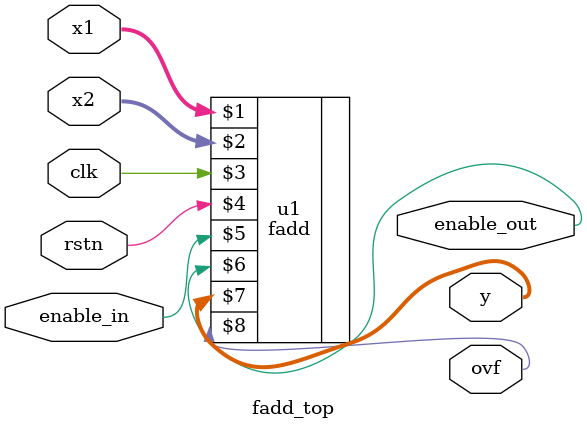
<source format=v>
module fadd_top
   (  input wire [31:0]  x1,
      input wire [31:0]  x2,
      output wire [31:0] y,
      input wire        enable_in,
		output wire        enable_out,
      output wire        ovf,
      input wire        clk,
      input wire        rstn);

   fadd u1(x1,x2,clk,rstn,enable_in,enable_out,y,ovf);

endmodule
</source>
